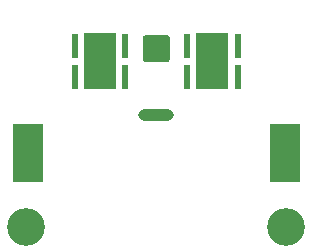
<source format=gbr>
%TF.GenerationSoftware,KiCad,Pcbnew,(5.1.8)-1*%
%TF.CreationDate,2021-08-18T01:06:57+02:00*%
%TF.ProjectId,Haubenblitzer_LED,48617562-656e-4626-9c69-747a65725f4c,rev?*%
%TF.SameCoordinates,Original*%
%TF.FileFunction,Soldermask,Top*%
%TF.FilePolarity,Negative*%
%FSLAX46Y46*%
G04 Gerber Fmt 4.6, Leading zero omitted, Abs format (unit mm)*
G04 Created by KiCad (PCBNEW (5.1.8)-1) date 2021-08-18 01:06:57*
%MOMM*%
%LPD*%
G01*
G04 APERTURE LIST*
%ADD10R,0.500000X2.140000*%
%ADD11R,2.780000X4.780000*%
%ADD12C,3.200000*%
%ADD13O,3.000000X1.000000*%
%ADD14R,2.500000X5.000000*%
G04 APERTURE END LIST*
D10*
%TO.C,D1*%
X157890000Y-111070000D03*
X153610000Y-108430000D03*
D11*
X155750000Y-109750000D03*
D10*
X153610000Y-111070000D03*
X157890000Y-108430000D03*
%TD*%
%TO.C,D2*%
X163110000Y-108430000D03*
X167390000Y-111070000D03*
D11*
X165250000Y-109750000D03*
D10*
X167390000Y-108430000D03*
X163110000Y-111070000D03*
%TD*%
D12*
%TO.C,REF\u002A\u002A*%
X171500000Y-123800000D03*
%TD*%
%TO.C,REF\u002A\u002A*%
X149500000Y-123800000D03*
%TD*%
D13*
%TO.C,REF\u002A\u002A*%
X160500000Y-114300000D03*
%TD*%
D14*
%TO.C,J3*%
X171400000Y-117500000D03*
%TD*%
%TO.C,J2*%
X149600000Y-117500000D03*
%TD*%
%TO.C,J1*%
G36*
G01*
X159350000Y-109600002D02*
X159350000Y-107799998D01*
G75*
G02*
X159599998Y-107550000I249998J0D01*
G01*
X161400002Y-107550000D01*
G75*
G02*
X161650000Y-107799998I0J-249998D01*
G01*
X161650000Y-109600002D01*
G75*
G02*
X161400002Y-109850000I-249998J0D01*
G01*
X159599998Y-109850000D01*
G75*
G02*
X159350000Y-109600002I0J249998D01*
G01*
G37*
%TD*%
M02*

</source>
